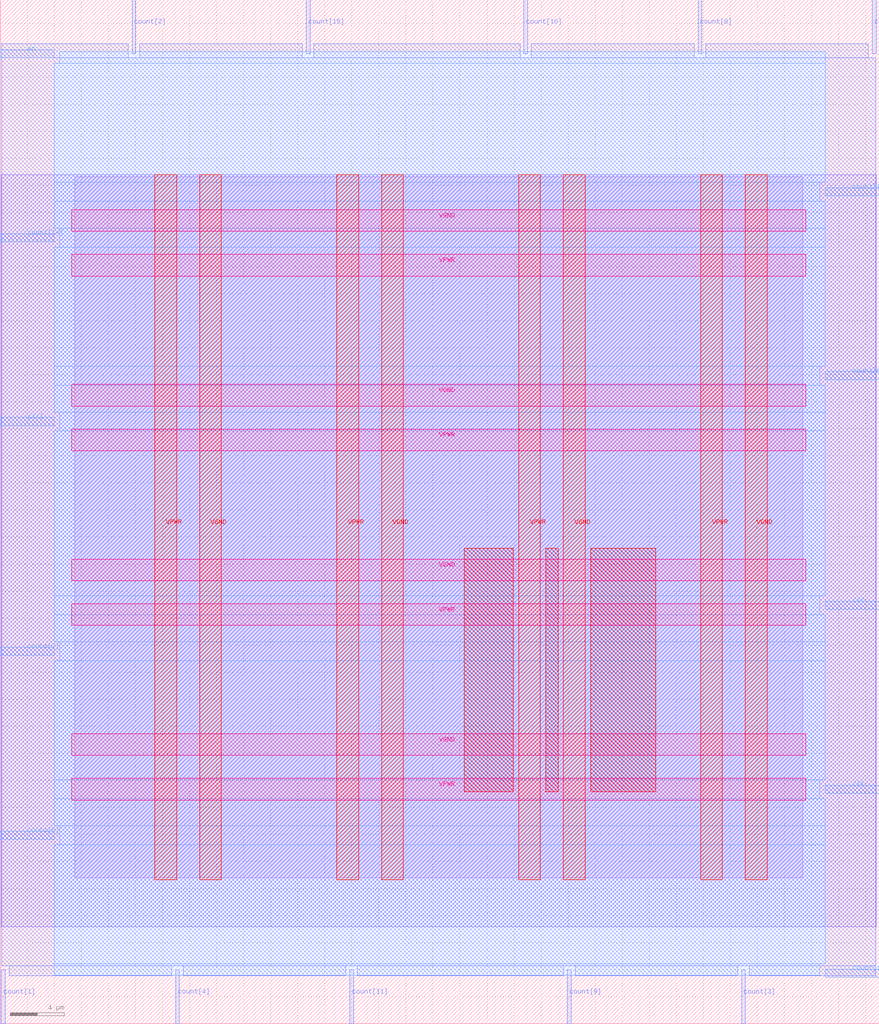
<source format=lef>
VERSION 5.7 ;
  NOWIREEXTENSIONATPIN ON ;
  DIVIDERCHAR "/" ;
  BUSBITCHARS "[]" ;
MACRO counter_up_dwn
  CLASS BLOCK ;
  FOREIGN counter_up_dwn ;
  ORIGIN 0.000 0.000 ;
  SIZE 65.010 BY 75.730 ;
  PIN VGND
    DIRECTION INOUT ;
    USE GROUND ;
    PORT
      LAYER met4 ;
        RECT 14.745 10.640 16.345 62.800 ;
    END
    PORT
      LAYER met4 ;
        RECT 28.200 10.640 29.800 62.800 ;
    END
    PORT
      LAYER met4 ;
        RECT 41.655 10.640 43.255 62.800 ;
    END
    PORT
      LAYER met4 ;
        RECT 55.110 10.640 56.710 62.800 ;
    END
    PORT
      LAYER met5 ;
        RECT 5.280 19.840 59.580 21.440 ;
    END
    PORT
      LAYER met5 ;
        RECT 5.280 32.760 59.580 34.360 ;
    END
    PORT
      LAYER met5 ;
        RECT 5.280 45.680 59.580 47.280 ;
    END
    PORT
      LAYER met5 ;
        RECT 5.280 58.600 59.580 60.200 ;
    END
  END VGND
  PIN VPWR
    DIRECTION INOUT ;
    USE POWER ;
    PORT
      LAYER met4 ;
        RECT 11.445 10.640 13.045 62.800 ;
    END
    PORT
      LAYER met4 ;
        RECT 24.900 10.640 26.500 62.800 ;
    END
    PORT
      LAYER met4 ;
        RECT 38.355 10.640 39.955 62.800 ;
    END
    PORT
      LAYER met4 ;
        RECT 51.810 10.640 53.410 62.800 ;
    END
    PORT
      LAYER met5 ;
        RECT 5.280 16.540 59.580 18.140 ;
    END
    PORT
      LAYER met5 ;
        RECT 5.280 29.460 59.580 31.060 ;
    END
    PORT
      LAYER met5 ;
        RECT 5.280 42.380 59.580 43.980 ;
    END
    PORT
      LAYER met5 ;
        RECT 5.280 55.300 59.580 56.900 ;
    END
  END VPWR
  PIN clk
    DIRECTION INPUT ;
    USE SIGNAL ;
    ANTENNAGATEAREA 0.852000 ;
    PORT
      LAYER met3 ;
        RECT 61.010 17.040 65.010 17.640 ;
    END
  END clk
  PIN count[0]
    DIRECTION OUTPUT TRISTATE ;
    USE SIGNAL ;
    ANTENNADIFFAREA 0.795200 ;
    PORT
      LAYER met2 ;
        RECT 64.490 71.730 64.770 75.730 ;
    END
  END count[0]
  PIN count[10]
    DIRECTION OUTPUT TRISTATE ;
    USE SIGNAL ;
    ANTENNADIFFAREA 0.795200 ;
    PORT
      LAYER met2 ;
        RECT 38.730 71.730 39.010 75.730 ;
    END
  END count[10]
  PIN count[11]
    DIRECTION OUTPUT TRISTATE ;
    USE SIGNAL ;
    ANTENNADIFFAREA 0.795200 ;
    PORT
      LAYER met2 ;
        RECT 25.850 0.000 26.130 4.000 ;
    END
  END count[11]
  PIN count[12]
    DIRECTION OUTPUT TRISTATE ;
    USE SIGNAL ;
    ANTENNADIFFAREA 0.445500 ;
    PORT
      LAYER met3 ;
        RECT 61.010 61.240 65.010 61.840 ;
    END
  END count[12]
  PIN count[13]
    DIRECTION OUTPUT TRISTATE ;
    USE SIGNAL ;
    ANTENNADIFFAREA 0.795200 ;
    PORT
      LAYER met3 ;
        RECT 61.010 3.440 65.010 4.040 ;
    END
  END count[13]
  PIN count[14]
    DIRECTION OUTPUT TRISTATE ;
    USE SIGNAL ;
    ANTENNADIFFAREA 0.795200 ;
    PORT
      LAYER met3 ;
        RECT 0.000 57.840 4.000 58.440 ;
    END
  END count[14]
  PIN count[15]
    DIRECTION OUTPUT TRISTATE ;
    USE SIGNAL ;
    ANTENNADIFFAREA 0.795200 ;
    PORT
      LAYER met2 ;
        RECT 22.630 71.730 22.910 75.730 ;
    END
  END count[15]
  PIN count[1]
    DIRECTION OUTPUT TRISTATE ;
    USE SIGNAL ;
    ANTENNADIFFAREA 0.795200 ;
    PORT
      LAYER met2 ;
        RECT 0.090 0.000 0.370 4.000 ;
    END
  END count[1]
  PIN count[2]
    DIRECTION OUTPUT TRISTATE ;
    USE SIGNAL ;
    ANTENNADIFFAREA 0.795200 ;
    PORT
      LAYER met2 ;
        RECT 9.750 71.730 10.030 75.730 ;
    END
  END count[2]
  PIN count[3]
    DIRECTION OUTPUT TRISTATE ;
    USE SIGNAL ;
    ANTENNADIFFAREA 0.795200 ;
    PORT
      LAYER met2 ;
        RECT 54.830 0.000 55.110 4.000 ;
    END
  END count[3]
  PIN count[4]
    DIRECTION OUTPUT TRISTATE ;
    USE SIGNAL ;
    ANTENNADIFFAREA 0.795200 ;
    PORT
      LAYER met2 ;
        RECT 12.970 0.000 13.250 4.000 ;
    END
  END count[4]
  PIN count[5]
    DIRECTION OUTPUT TRISTATE ;
    USE SIGNAL ;
    ANTENNADIFFAREA 0.795200 ;
    PORT
      LAYER met3 ;
        RECT 0.000 13.640 4.000 14.240 ;
    END
  END count[5]
  PIN count[6]
    DIRECTION OUTPUT TRISTATE ;
    USE SIGNAL ;
    ANTENNADIFFAREA 0.795200 ;
    PORT
      LAYER met3 ;
        RECT 61.010 47.640 65.010 48.240 ;
    END
  END count[6]
  PIN count[7]
    DIRECTION OUTPUT TRISTATE ;
    USE SIGNAL ;
    ANTENNADIFFAREA 0.795200 ;
    PORT
      LAYER met3 ;
        RECT 0.000 27.240 4.000 27.840 ;
    END
  END count[7]
  PIN count[8]
    DIRECTION OUTPUT TRISTATE ;
    USE SIGNAL ;
    ANTENNADIFFAREA 0.795200 ;
    PORT
      LAYER met2 ;
        RECT 51.610 71.730 51.890 75.730 ;
    END
  END count[8]
  PIN count[9]
    DIRECTION OUTPUT TRISTATE ;
    USE SIGNAL ;
    ANTENNADIFFAREA 0.795200 ;
    PORT
      LAYER met2 ;
        RECT 41.950 0.000 42.230 4.000 ;
    END
  END count[9]
  PIN ctrl
    DIRECTION INPUT ;
    USE SIGNAL ;
    ANTENNAGATEAREA 0.196500 ;
    PORT
      LAYER met3 ;
        RECT 0.000 44.240 4.000 44.840 ;
    END
  END ctrl
  PIN en
    DIRECTION INPUT ;
    USE SIGNAL ;
    ANTENNAGATEAREA 0.159000 ;
    PORT
      LAYER met3 ;
        RECT 0.000 71.440 4.000 72.040 ;
    END
  END en
  PIN rst
    DIRECTION INPUT ;
    USE SIGNAL ;
    ANTENNAGATEAREA 0.213000 ;
    PORT
      LAYER met3 ;
        RECT 61.010 30.640 65.010 31.240 ;
    END
  END rst
  OBS
      LAYER li1 ;
        RECT 5.520 10.795 59.340 62.645 ;
      LAYER met1 ;
        RECT 0.070 7.180 64.790 62.800 ;
      LAYER met2 ;
        RECT 0.100 71.450 9.470 72.490 ;
        RECT 10.310 71.450 22.350 72.490 ;
        RECT 23.190 71.450 38.450 72.490 ;
        RECT 39.290 71.450 51.330 72.490 ;
        RECT 52.170 71.450 64.210 72.490 ;
        RECT 0.100 4.280 64.760 71.450 ;
        RECT 0.650 3.555 12.690 4.280 ;
        RECT 13.530 3.555 25.570 4.280 ;
        RECT 26.410 3.555 41.670 4.280 ;
        RECT 42.510 3.555 54.550 4.280 ;
        RECT 55.390 3.555 64.760 4.280 ;
      LAYER met3 ;
        RECT 4.400 71.040 61.010 71.890 ;
        RECT 4.000 62.240 61.010 71.040 ;
        RECT 4.000 60.840 60.610 62.240 ;
        RECT 4.000 58.840 61.010 60.840 ;
        RECT 4.400 57.440 61.010 58.840 ;
        RECT 4.000 48.640 61.010 57.440 ;
        RECT 4.000 47.240 60.610 48.640 ;
        RECT 4.000 45.240 61.010 47.240 ;
        RECT 4.400 43.840 61.010 45.240 ;
        RECT 4.000 31.640 61.010 43.840 ;
        RECT 4.000 30.240 60.610 31.640 ;
        RECT 4.000 28.240 61.010 30.240 ;
        RECT 4.400 26.840 61.010 28.240 ;
        RECT 4.000 18.040 61.010 26.840 ;
        RECT 4.000 16.640 60.610 18.040 ;
        RECT 4.000 14.640 61.010 16.640 ;
        RECT 4.400 13.240 61.010 14.640 ;
        RECT 4.000 4.440 61.010 13.240 ;
        RECT 4.000 3.575 60.610 4.440 ;
      LAYER met4 ;
        RECT 34.335 17.175 37.955 35.185 ;
        RECT 40.355 17.175 41.255 35.185 ;
        RECT 43.655 17.175 48.465 35.185 ;
  END
END counter_up_dwn
END LIBRARY


</source>
